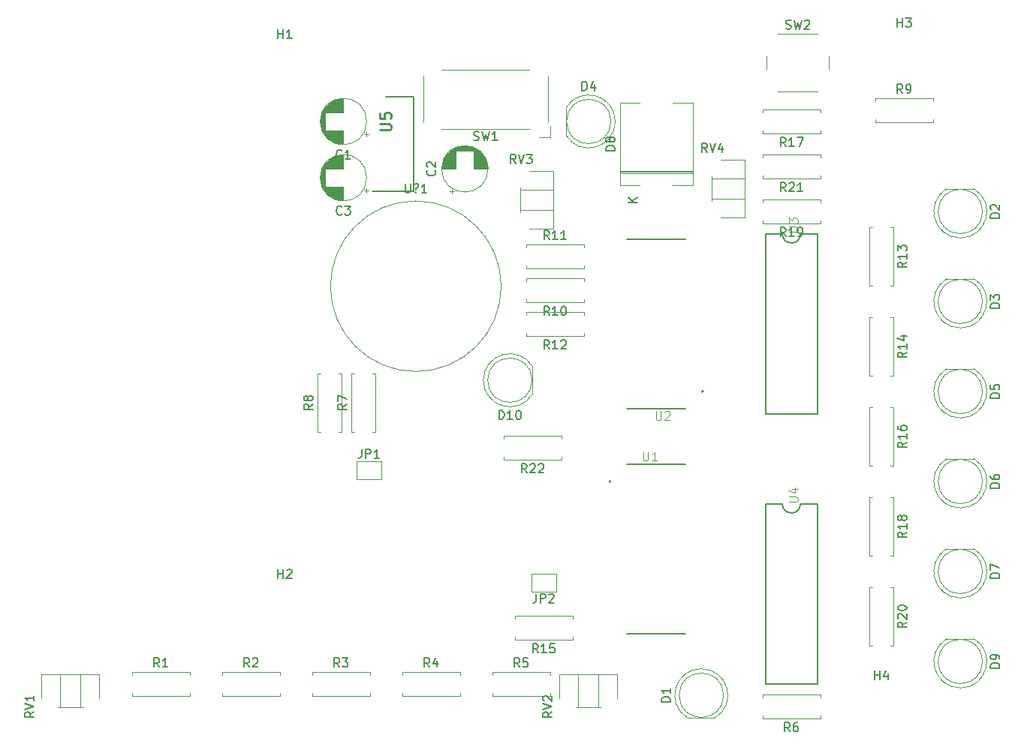
<source format=gbr>
%TF.GenerationSoftware,KiCad,Pcbnew,(5.1.9)-1*%
%TF.CreationDate,2021-03-27T11:21:30+01:00*%
%TF.ProjectId,alkoholmeter1,616c6b6f-686f-46c6-9d65-746572312e6b,rev?*%
%TF.SameCoordinates,Original*%
%TF.FileFunction,Legend,Top*%
%TF.FilePolarity,Positive*%
%FSLAX46Y46*%
G04 Gerber Fmt 4.6, Leading zero omitted, Abs format (unit mm)*
G04 Created by KiCad (PCBNEW (5.1.9)-1) date 2021-03-27 11:21:30*
%MOMM*%
%LPD*%
G01*
G04 APERTURE LIST*
%ADD10C,0.120000*%
%ADD11C,0.200000*%
%ADD12C,0.152400*%
%ADD13C,0.127000*%
%ADD14C,0.150000*%
%ADD15C,0.254000*%
%ADD16C,0.015000*%
G04 APERTURE END LIST*
D10*
%TO.C,SW2*%
X182610000Y-58840000D02*
X187110000Y-58840000D01*
X181360000Y-54840000D02*
X181360000Y-56340000D01*
X187110000Y-52340000D02*
X182610000Y-52340000D01*
X188360000Y-56340000D02*
X188360000Y-54840000D01*
%TO.C,SW1*%
X156970000Y-64010000D02*
X155670000Y-64010000D01*
X156970000Y-62710000D02*
X156970000Y-64010000D01*
X144720000Y-56360000D02*
X154620000Y-56360000D01*
X154620000Y-63060000D02*
X144720000Y-63060000D01*
X156670000Y-57110000D02*
X156670000Y-62310000D01*
X142670000Y-62310000D02*
X142670000Y-57110000D01*
%TO.C,D8*%
X167070000Y-69390000D02*
X164790000Y-69390000D01*
X164790000Y-69390000D02*
X164790000Y-60150000D01*
X164790000Y-60150000D02*
X167070000Y-60150000D01*
X170750000Y-69390000D02*
X173030000Y-69390000D01*
X173030000Y-69390000D02*
X173030000Y-60150000D01*
X173030000Y-60150000D02*
X170750000Y-60150000D01*
X164790000Y-67920000D02*
X173030000Y-67920000D01*
X164790000Y-67800000D02*
X173030000Y-67800000D01*
X164790000Y-68040000D02*
X173030000Y-68040000D01*
%TO.C,U?1*%
X151415000Y-80830000D02*
G75*
G03*
X151415000Y-80830000I-9625000J0D01*
G01*
D11*
%TO.C,U5*%
X136880000Y-70110000D02*
X141580000Y-70110000D01*
X141580000Y-70110000D02*
X141580000Y-59440000D01*
X141580000Y-59440000D02*
X138430000Y-59440000D01*
D12*
%TO.C,U4*%
X187071000Y-125730000D02*
X187071000Y-105410000D01*
X181229000Y-105410000D02*
X181229000Y-125730000D01*
X187071000Y-125730000D02*
X181229000Y-125730000D01*
X187071000Y-105410000D02*
X185166000Y-105410000D01*
X181229000Y-105410000D02*
X183134000Y-105410000D01*
X185166000Y-105410000D02*
G75*
G02*
X183134000Y-105410000I-1016000J0D01*
G01*
%TO.C,U3*%
X187071000Y-95250000D02*
X187071000Y-74930000D01*
X181229000Y-74930000D02*
X181229000Y-95250000D01*
X187071000Y-95250000D02*
X181229000Y-95250000D01*
X187071000Y-74930000D02*
X185166000Y-74930000D01*
X181229000Y-74930000D02*
X183134000Y-74930000D01*
X185166000Y-74930000D02*
G75*
G02*
X183134000Y-74930000I-1016000J0D01*
G01*
D11*
%TO.C,U2*%
X174227500Y-92710000D02*
G75*
G03*
X174227500Y-92710000I-100000J0D01*
G01*
D13*
X172212000Y-94678500D02*
X165608000Y-94678500D01*
X172212000Y-75501500D02*
X165608000Y-75501500D01*
D11*
%TO.C,U1*%
X163792500Y-102870000D02*
G75*
G03*
X163792500Y-102870000I-100000J0D01*
G01*
D13*
X165608000Y-100901500D02*
X172212000Y-100901500D01*
X165608000Y-120078500D02*
X172212000Y-120078500D01*
D10*
%TO.C,RV4*%
X176185000Y-66540000D02*
X178880000Y-66540000D01*
X176185000Y-73080000D02*
X178880000Y-73080000D01*
X178880000Y-66540000D02*
X178880000Y-73080000D01*
X175139000Y-68376000D02*
X175139000Y-71245000D01*
X175139000Y-68690000D02*
X178880000Y-68690000D01*
X175139000Y-70930000D02*
X178880000Y-70930000D01*
X175139000Y-68690000D02*
X175139000Y-70930000D01*
X178880000Y-68690000D02*
X178880000Y-70930000D01*
%TO.C,RV3*%
X154595000Y-67810000D02*
X157290000Y-67810000D01*
X154595000Y-74350000D02*
X157290000Y-74350000D01*
X157290000Y-67810000D02*
X157290000Y-74350000D01*
X153549000Y-69646000D02*
X153549000Y-72515000D01*
X153549000Y-69960000D02*
X157290000Y-69960000D01*
X153549000Y-72200000D02*
X157290000Y-72200000D01*
X153549000Y-69960000D02*
X153549000Y-72200000D01*
X157290000Y-69960000D02*
X157290000Y-72200000D01*
%TO.C,RV2*%
X157980000Y-127345000D02*
X157980000Y-124650000D01*
X164520000Y-127345000D02*
X164520000Y-124650000D01*
X157980000Y-124650000D02*
X164520000Y-124650000D01*
X159816000Y-128391000D02*
X162685000Y-128391000D01*
X160130000Y-128391000D02*
X160130000Y-124650000D01*
X162370000Y-128391000D02*
X162370000Y-124650000D01*
X160130000Y-128391000D02*
X162370000Y-128391000D01*
X160130000Y-124650000D02*
X162370000Y-124650000D01*
%TO.C,RV1*%
X99560000Y-127345000D02*
X99560000Y-124650000D01*
X106100000Y-127345000D02*
X106100000Y-124650000D01*
X99560000Y-124650000D02*
X106100000Y-124650000D01*
X101396000Y-128391000D02*
X104265000Y-128391000D01*
X101710000Y-128391000D02*
X101710000Y-124650000D01*
X103950000Y-128391000D02*
X103950000Y-124650000D01*
X101710000Y-128391000D02*
X103950000Y-128391000D01*
X101710000Y-124650000D02*
X103950000Y-124650000D01*
%TO.C,R22*%
X158210000Y-100100000D02*
X158210000Y-100430000D01*
X158210000Y-100430000D02*
X151670000Y-100430000D01*
X151670000Y-100430000D02*
X151670000Y-100100000D01*
X158210000Y-98020000D02*
X158210000Y-97690000D01*
X158210000Y-97690000D02*
X151670000Y-97690000D01*
X151670000Y-97690000D02*
X151670000Y-98020000D01*
%TO.C,R21*%
X187420000Y-68350000D02*
X187420000Y-68680000D01*
X187420000Y-68680000D02*
X180880000Y-68680000D01*
X180880000Y-68680000D02*
X180880000Y-68350000D01*
X187420000Y-66270000D02*
X187420000Y-65940000D01*
X187420000Y-65940000D02*
X180880000Y-65940000D01*
X180880000Y-65940000D02*
X180880000Y-66270000D01*
%TO.C,R20*%
X195350000Y-114840000D02*
X195680000Y-114840000D01*
X195680000Y-114840000D02*
X195680000Y-121380000D01*
X195680000Y-121380000D02*
X195350000Y-121380000D01*
X193270000Y-114840000D02*
X192940000Y-114840000D01*
X192940000Y-114840000D02*
X192940000Y-121380000D01*
X192940000Y-121380000D02*
X193270000Y-121380000D01*
%TO.C,R19*%
X187420000Y-73430000D02*
X187420000Y-73760000D01*
X187420000Y-73760000D02*
X180880000Y-73760000D01*
X180880000Y-73760000D02*
X180880000Y-73430000D01*
X187420000Y-71350000D02*
X187420000Y-71020000D01*
X187420000Y-71020000D02*
X180880000Y-71020000D01*
X180880000Y-71020000D02*
X180880000Y-71350000D01*
%TO.C,R18*%
X195350000Y-104680000D02*
X195680000Y-104680000D01*
X195680000Y-104680000D02*
X195680000Y-111220000D01*
X195680000Y-111220000D02*
X195350000Y-111220000D01*
X193270000Y-104680000D02*
X192940000Y-104680000D01*
X192940000Y-104680000D02*
X192940000Y-111220000D01*
X192940000Y-111220000D02*
X193270000Y-111220000D01*
%TO.C,R17*%
X187420000Y-63270000D02*
X187420000Y-63600000D01*
X187420000Y-63600000D02*
X180880000Y-63600000D01*
X180880000Y-63600000D02*
X180880000Y-63270000D01*
X187420000Y-61190000D02*
X187420000Y-60860000D01*
X187420000Y-60860000D02*
X180880000Y-60860000D01*
X180880000Y-60860000D02*
X180880000Y-61190000D01*
%TO.C,R16*%
X195350000Y-94520000D02*
X195680000Y-94520000D01*
X195680000Y-94520000D02*
X195680000Y-101060000D01*
X195680000Y-101060000D02*
X195350000Y-101060000D01*
X193270000Y-94520000D02*
X192940000Y-94520000D01*
X192940000Y-94520000D02*
X192940000Y-101060000D01*
X192940000Y-101060000D02*
X193270000Y-101060000D01*
%TO.C,R15*%
X159480000Y-120420000D02*
X159480000Y-120750000D01*
X159480000Y-120750000D02*
X152940000Y-120750000D01*
X152940000Y-120750000D02*
X152940000Y-120420000D01*
X159480000Y-118340000D02*
X159480000Y-118010000D01*
X159480000Y-118010000D02*
X152940000Y-118010000D01*
X152940000Y-118010000D02*
X152940000Y-118340000D01*
%TO.C,R14*%
X195350000Y-84360000D02*
X195680000Y-84360000D01*
X195680000Y-84360000D02*
X195680000Y-90900000D01*
X195680000Y-90900000D02*
X195350000Y-90900000D01*
X193270000Y-84360000D02*
X192940000Y-84360000D01*
X192940000Y-84360000D02*
X192940000Y-90900000D01*
X192940000Y-90900000D02*
X193270000Y-90900000D01*
%TO.C,R13*%
X195350000Y-74200000D02*
X195680000Y-74200000D01*
X195680000Y-74200000D02*
X195680000Y-80740000D01*
X195680000Y-80740000D02*
X195350000Y-80740000D01*
X193270000Y-74200000D02*
X192940000Y-74200000D01*
X192940000Y-74200000D02*
X192940000Y-80740000D01*
X192940000Y-80740000D02*
X193270000Y-80740000D01*
%TO.C,R12*%
X160750000Y-86130000D02*
X160750000Y-86460000D01*
X160750000Y-86460000D02*
X154210000Y-86460000D01*
X154210000Y-86460000D02*
X154210000Y-86130000D01*
X160750000Y-84050000D02*
X160750000Y-83720000D01*
X160750000Y-83720000D02*
X154210000Y-83720000D01*
X154210000Y-83720000D02*
X154210000Y-84050000D01*
%TO.C,R11*%
X154210000Y-76430000D02*
X154210000Y-76100000D01*
X154210000Y-76100000D02*
X160750000Y-76100000D01*
X160750000Y-76100000D02*
X160750000Y-76430000D01*
X154210000Y-78510000D02*
X154210000Y-78840000D01*
X154210000Y-78840000D02*
X160750000Y-78840000D01*
X160750000Y-78840000D02*
X160750000Y-78510000D01*
%TO.C,R10*%
X160750000Y-82320000D02*
X160750000Y-82650000D01*
X160750000Y-82650000D02*
X154210000Y-82650000D01*
X154210000Y-82650000D02*
X154210000Y-82320000D01*
X160750000Y-80240000D02*
X160750000Y-79910000D01*
X160750000Y-79910000D02*
X154210000Y-79910000D01*
X154210000Y-79910000D02*
X154210000Y-80240000D01*
%TO.C,R9*%
X193580000Y-59920000D02*
X193580000Y-59590000D01*
X193580000Y-59590000D02*
X200120000Y-59590000D01*
X200120000Y-59590000D02*
X200120000Y-59920000D01*
X193580000Y-62000000D02*
X193580000Y-62330000D01*
X193580000Y-62330000D02*
X200120000Y-62330000D01*
X200120000Y-62330000D02*
X200120000Y-62000000D01*
%TO.C,R8*%
X131040000Y-97250000D02*
X130710000Y-97250000D01*
X130710000Y-97250000D02*
X130710000Y-90710000D01*
X130710000Y-90710000D02*
X131040000Y-90710000D01*
X133120000Y-97250000D02*
X133450000Y-97250000D01*
X133450000Y-97250000D02*
X133450000Y-90710000D01*
X133450000Y-90710000D02*
X133120000Y-90710000D01*
%TO.C,R7*%
X134850000Y-97250000D02*
X134520000Y-97250000D01*
X134520000Y-97250000D02*
X134520000Y-90710000D01*
X134520000Y-90710000D02*
X134850000Y-90710000D01*
X136930000Y-97250000D02*
X137260000Y-97250000D01*
X137260000Y-97250000D02*
X137260000Y-90710000D01*
X137260000Y-90710000D02*
X136930000Y-90710000D01*
%TO.C,R6*%
X187420000Y-129310000D02*
X187420000Y-129640000D01*
X187420000Y-129640000D02*
X180880000Y-129640000D01*
X180880000Y-129640000D02*
X180880000Y-129310000D01*
X187420000Y-127230000D02*
X187420000Y-126900000D01*
X187420000Y-126900000D02*
X180880000Y-126900000D01*
X180880000Y-126900000D02*
X180880000Y-127230000D01*
%TO.C,R5*%
X150400000Y-124690000D02*
X150400000Y-124360000D01*
X150400000Y-124360000D02*
X156940000Y-124360000D01*
X156940000Y-124360000D02*
X156940000Y-124690000D01*
X150400000Y-126770000D02*
X150400000Y-127100000D01*
X150400000Y-127100000D02*
X156940000Y-127100000D01*
X156940000Y-127100000D02*
X156940000Y-126770000D01*
%TO.C,R4*%
X140240000Y-124690000D02*
X140240000Y-124360000D01*
X140240000Y-124360000D02*
X146780000Y-124360000D01*
X146780000Y-124360000D02*
X146780000Y-124690000D01*
X140240000Y-126770000D02*
X140240000Y-127100000D01*
X140240000Y-127100000D02*
X146780000Y-127100000D01*
X146780000Y-127100000D02*
X146780000Y-126770000D01*
%TO.C,R3*%
X130080000Y-124690000D02*
X130080000Y-124360000D01*
X130080000Y-124360000D02*
X136620000Y-124360000D01*
X136620000Y-124360000D02*
X136620000Y-124690000D01*
X130080000Y-126770000D02*
X130080000Y-127100000D01*
X130080000Y-127100000D02*
X136620000Y-127100000D01*
X136620000Y-127100000D02*
X136620000Y-126770000D01*
%TO.C,R2*%
X119920000Y-124690000D02*
X119920000Y-124360000D01*
X119920000Y-124360000D02*
X126460000Y-124360000D01*
X126460000Y-124360000D02*
X126460000Y-124690000D01*
X119920000Y-126770000D02*
X119920000Y-127100000D01*
X119920000Y-127100000D02*
X126460000Y-127100000D01*
X126460000Y-127100000D02*
X126460000Y-126770000D01*
%TO.C,R1*%
X109760000Y-124690000D02*
X109760000Y-124360000D01*
X109760000Y-124360000D02*
X116300000Y-124360000D01*
X116300000Y-124360000D02*
X116300000Y-124690000D01*
X109760000Y-126770000D02*
X109760000Y-127100000D01*
X109760000Y-127100000D02*
X116300000Y-127100000D01*
X116300000Y-127100000D02*
X116300000Y-126770000D01*
%TO.C,JP2*%
X157610000Y-113300000D02*
X157610000Y-115300000D01*
X154810000Y-113300000D02*
X157610000Y-113300000D01*
X154810000Y-115300000D02*
X154810000Y-113300000D01*
X157610000Y-115300000D02*
X154810000Y-115300000D01*
%TO.C,JP1*%
X135110000Y-102600000D02*
X135110000Y-100600000D01*
X137910000Y-102600000D02*
X135110000Y-102600000D01*
X137910000Y-100600000D02*
X137910000Y-102600000D01*
X135110000Y-100600000D02*
X137910000Y-100600000D01*
%TO.C,D10*%
X154900000Y-91440000D02*
G75*
G03*
X154900000Y-91440000I-2500000J0D01*
G01*
X154960000Y-92985000D02*
X154960000Y-89895000D01*
X149410000Y-91440462D02*
G75*
G02*
X154960000Y-89895170I2990000J462D01*
G01*
X149410000Y-91439538D02*
G75*
G03*
X154960000Y-92984830I2990000J-462D01*
G01*
%TO.C,D9*%
X205700000Y-123190000D02*
G75*
G03*
X205700000Y-123190000I-2500000J0D01*
G01*
X204745000Y-120630000D02*
X201655000Y-120630000D01*
X203200462Y-126180000D02*
G75*
G02*
X201655170Y-120630000I-462J2990000D01*
G01*
X203199538Y-126180000D02*
G75*
G03*
X204744830Y-120630000I462J2990000D01*
G01*
%TO.C,D7*%
X205700000Y-113030000D02*
G75*
G03*
X205700000Y-113030000I-2500000J0D01*
G01*
X204745000Y-110470000D02*
X201655000Y-110470000D01*
X203200462Y-116020000D02*
G75*
G02*
X201655170Y-110470000I-462J2990000D01*
G01*
X203199538Y-116020000D02*
G75*
G03*
X204744830Y-110470000I462J2990000D01*
G01*
%TO.C,D6*%
X205700000Y-102870000D02*
G75*
G03*
X205700000Y-102870000I-2500000J0D01*
G01*
X204745000Y-100310000D02*
X201655000Y-100310000D01*
X203200462Y-105860000D02*
G75*
G02*
X201655170Y-100310000I-462J2990000D01*
G01*
X203199538Y-105860000D02*
G75*
G03*
X204744830Y-100310000I462J2990000D01*
G01*
%TO.C,D5*%
X205700000Y-92710000D02*
G75*
G03*
X205700000Y-92710000I-2500000J0D01*
G01*
X204745000Y-90150000D02*
X201655000Y-90150000D01*
X203200462Y-95700000D02*
G75*
G02*
X201655170Y-90150000I-462J2990000D01*
G01*
X203199538Y-95700000D02*
G75*
G03*
X204744830Y-90150000I462J2990000D01*
G01*
%TO.C,D4*%
X163790000Y-62230000D02*
G75*
G03*
X163790000Y-62230000I-2500000J0D01*
G01*
X158730000Y-60685000D02*
X158730000Y-63775000D01*
X164280000Y-62229538D02*
G75*
G02*
X158730000Y-63774830I-2990000J-462D01*
G01*
X164280000Y-62230462D02*
G75*
G03*
X158730000Y-60685170I-2990000J462D01*
G01*
%TO.C,D3*%
X205700000Y-82550000D02*
G75*
G03*
X205700000Y-82550000I-2500000J0D01*
G01*
X204745000Y-79990000D02*
X201655000Y-79990000D01*
X203200462Y-85540000D02*
G75*
G02*
X201655170Y-79990000I-462J2990000D01*
G01*
X203199538Y-85540000D02*
G75*
G03*
X204744830Y-79990000I462J2990000D01*
G01*
%TO.C,D2*%
X205700000Y-72390000D02*
G75*
G03*
X205700000Y-72390000I-2500000J0D01*
G01*
X204745000Y-69830000D02*
X201655000Y-69830000D01*
X203200462Y-75380000D02*
G75*
G02*
X201655170Y-69830000I-462J2990000D01*
G01*
X203199538Y-75380000D02*
G75*
G03*
X204744830Y-69830000I462J2990000D01*
G01*
%TO.C,D1*%
X176490000Y-127000000D02*
G75*
G03*
X176490000Y-127000000I-2500000J0D01*
G01*
X172445000Y-129560000D02*
X175535000Y-129560000D01*
X173989538Y-124010000D02*
G75*
G02*
X175534830Y-129560000I462J-2990000D01*
G01*
X173990462Y-124010000D02*
G75*
G03*
X172445170Y-129560000I-462J-2990000D01*
G01*
%TO.C,C3*%
X136240000Y-68580000D02*
G75*
G03*
X136240000Y-68580000I-2620000J0D01*
G01*
X133620000Y-67540000D02*
X133620000Y-66000000D01*
X133620000Y-71160000D02*
X133620000Y-69620000D01*
X133580000Y-67540000D02*
X133580000Y-66000000D01*
X133580000Y-71160000D02*
X133580000Y-69620000D01*
X133540000Y-71159000D02*
X133540000Y-69620000D01*
X133540000Y-67540000D02*
X133540000Y-66001000D01*
X133500000Y-71158000D02*
X133500000Y-69620000D01*
X133500000Y-67540000D02*
X133500000Y-66002000D01*
X133460000Y-71156000D02*
X133460000Y-69620000D01*
X133460000Y-67540000D02*
X133460000Y-66004000D01*
X133420000Y-71153000D02*
X133420000Y-69620000D01*
X133420000Y-67540000D02*
X133420000Y-66007000D01*
X133380000Y-71149000D02*
X133380000Y-69620000D01*
X133380000Y-67540000D02*
X133380000Y-66011000D01*
X133340000Y-71145000D02*
X133340000Y-69620000D01*
X133340000Y-67540000D02*
X133340000Y-66015000D01*
X133300000Y-71141000D02*
X133300000Y-69620000D01*
X133300000Y-67540000D02*
X133300000Y-66019000D01*
X133260000Y-71136000D02*
X133260000Y-69620000D01*
X133260000Y-67540000D02*
X133260000Y-66024000D01*
X133220000Y-71130000D02*
X133220000Y-69620000D01*
X133220000Y-67540000D02*
X133220000Y-66030000D01*
X133180000Y-71123000D02*
X133180000Y-69620000D01*
X133180000Y-67540000D02*
X133180000Y-66037000D01*
X133140000Y-71116000D02*
X133140000Y-69620000D01*
X133140000Y-67540000D02*
X133140000Y-66044000D01*
X133100000Y-71108000D02*
X133100000Y-69620000D01*
X133100000Y-67540000D02*
X133100000Y-66052000D01*
X133060000Y-71100000D02*
X133060000Y-69620000D01*
X133060000Y-67540000D02*
X133060000Y-66060000D01*
X133020000Y-71091000D02*
X133020000Y-69620000D01*
X133020000Y-67540000D02*
X133020000Y-66069000D01*
X132980000Y-71081000D02*
X132980000Y-69620000D01*
X132980000Y-67540000D02*
X132980000Y-66079000D01*
X132940000Y-71071000D02*
X132940000Y-69620000D01*
X132940000Y-67540000D02*
X132940000Y-66089000D01*
X132899000Y-71060000D02*
X132899000Y-69620000D01*
X132899000Y-67540000D02*
X132899000Y-66100000D01*
X132859000Y-71048000D02*
X132859000Y-69620000D01*
X132859000Y-67540000D02*
X132859000Y-66112000D01*
X132819000Y-71035000D02*
X132819000Y-69620000D01*
X132819000Y-67540000D02*
X132819000Y-66125000D01*
X132779000Y-71022000D02*
X132779000Y-69620000D01*
X132779000Y-67540000D02*
X132779000Y-66138000D01*
X132739000Y-71008000D02*
X132739000Y-69620000D01*
X132739000Y-67540000D02*
X132739000Y-66152000D01*
X132699000Y-70994000D02*
X132699000Y-69620000D01*
X132699000Y-67540000D02*
X132699000Y-66166000D01*
X132659000Y-70978000D02*
X132659000Y-69620000D01*
X132659000Y-67540000D02*
X132659000Y-66182000D01*
X132619000Y-70962000D02*
X132619000Y-69620000D01*
X132619000Y-67540000D02*
X132619000Y-66198000D01*
X132579000Y-70945000D02*
X132579000Y-69620000D01*
X132579000Y-67540000D02*
X132579000Y-66215000D01*
X132539000Y-70928000D02*
X132539000Y-69620000D01*
X132539000Y-67540000D02*
X132539000Y-66232000D01*
X132499000Y-70909000D02*
X132499000Y-69620000D01*
X132499000Y-67540000D02*
X132499000Y-66251000D01*
X132459000Y-70890000D02*
X132459000Y-69620000D01*
X132459000Y-67540000D02*
X132459000Y-66270000D01*
X132419000Y-70870000D02*
X132419000Y-69620000D01*
X132419000Y-67540000D02*
X132419000Y-66290000D01*
X132379000Y-70848000D02*
X132379000Y-69620000D01*
X132379000Y-67540000D02*
X132379000Y-66312000D01*
X132339000Y-70827000D02*
X132339000Y-69620000D01*
X132339000Y-67540000D02*
X132339000Y-66333000D01*
X132299000Y-70804000D02*
X132299000Y-69620000D01*
X132299000Y-67540000D02*
X132299000Y-66356000D01*
X132259000Y-70780000D02*
X132259000Y-69620000D01*
X132259000Y-67540000D02*
X132259000Y-66380000D01*
X132219000Y-70755000D02*
X132219000Y-69620000D01*
X132219000Y-67540000D02*
X132219000Y-66405000D01*
X132179000Y-70729000D02*
X132179000Y-69620000D01*
X132179000Y-67540000D02*
X132179000Y-66431000D01*
X132139000Y-70702000D02*
X132139000Y-69620000D01*
X132139000Y-67540000D02*
X132139000Y-66458000D01*
X132099000Y-70675000D02*
X132099000Y-69620000D01*
X132099000Y-67540000D02*
X132099000Y-66485000D01*
X132059000Y-70645000D02*
X132059000Y-69620000D01*
X132059000Y-67540000D02*
X132059000Y-66515000D01*
X132019000Y-70615000D02*
X132019000Y-69620000D01*
X132019000Y-67540000D02*
X132019000Y-66545000D01*
X131979000Y-70584000D02*
X131979000Y-69620000D01*
X131979000Y-67540000D02*
X131979000Y-66576000D01*
X131939000Y-70551000D02*
X131939000Y-69620000D01*
X131939000Y-67540000D02*
X131939000Y-66609000D01*
X131899000Y-70517000D02*
X131899000Y-69620000D01*
X131899000Y-67540000D02*
X131899000Y-66643000D01*
X131859000Y-70481000D02*
X131859000Y-69620000D01*
X131859000Y-67540000D02*
X131859000Y-66679000D01*
X131819000Y-70444000D02*
X131819000Y-69620000D01*
X131819000Y-67540000D02*
X131819000Y-66716000D01*
X131779000Y-70406000D02*
X131779000Y-69620000D01*
X131779000Y-67540000D02*
X131779000Y-66754000D01*
X131739000Y-70365000D02*
X131739000Y-69620000D01*
X131739000Y-67540000D02*
X131739000Y-66795000D01*
X131699000Y-70323000D02*
X131699000Y-69620000D01*
X131699000Y-67540000D02*
X131699000Y-66837000D01*
X131659000Y-70279000D02*
X131659000Y-69620000D01*
X131659000Y-67540000D02*
X131659000Y-66881000D01*
X131619000Y-70233000D02*
X131619000Y-69620000D01*
X131619000Y-67540000D02*
X131619000Y-66927000D01*
X131579000Y-70185000D02*
X131579000Y-66975000D01*
X131539000Y-70134000D02*
X131539000Y-67026000D01*
X131499000Y-70080000D02*
X131499000Y-67080000D01*
X131459000Y-70023000D02*
X131459000Y-67137000D01*
X131419000Y-69963000D02*
X131419000Y-67197000D01*
X131379000Y-69899000D02*
X131379000Y-67261000D01*
X131339000Y-69831000D02*
X131339000Y-67329000D01*
X131299000Y-69758000D02*
X131299000Y-67402000D01*
X131259000Y-69678000D02*
X131259000Y-67482000D01*
X131219000Y-69591000D02*
X131219000Y-67569000D01*
X131179000Y-69495000D02*
X131179000Y-67665000D01*
X131139000Y-69385000D02*
X131139000Y-67775000D01*
X131099000Y-69257000D02*
X131099000Y-67903000D01*
X131059000Y-69098000D02*
X131059000Y-68062000D01*
X131019000Y-68864000D02*
X131019000Y-68296000D01*
X136424775Y-70055000D02*
X135924775Y-70055000D01*
X136174775Y-70305000D02*
X136174775Y-69805000D01*
%TO.C,C2*%
X149940000Y-67580000D02*
G75*
G03*
X149940000Y-67580000I-2620000J0D01*
G01*
X148360000Y-67580000D02*
X149900000Y-67580000D01*
X144740000Y-67580000D02*
X146280000Y-67580000D01*
X148360000Y-67540000D02*
X149900000Y-67540000D01*
X144740000Y-67540000D02*
X146280000Y-67540000D01*
X144741000Y-67500000D02*
X146280000Y-67500000D01*
X148360000Y-67500000D02*
X149899000Y-67500000D01*
X144742000Y-67460000D02*
X146280000Y-67460000D01*
X148360000Y-67460000D02*
X149898000Y-67460000D01*
X144744000Y-67420000D02*
X146280000Y-67420000D01*
X148360000Y-67420000D02*
X149896000Y-67420000D01*
X144747000Y-67380000D02*
X146280000Y-67380000D01*
X148360000Y-67380000D02*
X149893000Y-67380000D01*
X144751000Y-67340000D02*
X146280000Y-67340000D01*
X148360000Y-67340000D02*
X149889000Y-67340000D01*
X144755000Y-67300000D02*
X146280000Y-67300000D01*
X148360000Y-67300000D02*
X149885000Y-67300000D01*
X144759000Y-67260000D02*
X146280000Y-67260000D01*
X148360000Y-67260000D02*
X149881000Y-67260000D01*
X144764000Y-67220000D02*
X146280000Y-67220000D01*
X148360000Y-67220000D02*
X149876000Y-67220000D01*
X144770000Y-67180000D02*
X146280000Y-67180000D01*
X148360000Y-67180000D02*
X149870000Y-67180000D01*
X144777000Y-67140000D02*
X146280000Y-67140000D01*
X148360000Y-67140000D02*
X149863000Y-67140000D01*
X144784000Y-67100000D02*
X146280000Y-67100000D01*
X148360000Y-67100000D02*
X149856000Y-67100000D01*
X144792000Y-67060000D02*
X146280000Y-67060000D01*
X148360000Y-67060000D02*
X149848000Y-67060000D01*
X144800000Y-67020000D02*
X146280000Y-67020000D01*
X148360000Y-67020000D02*
X149840000Y-67020000D01*
X144809000Y-66980000D02*
X146280000Y-66980000D01*
X148360000Y-66980000D02*
X149831000Y-66980000D01*
X144819000Y-66940000D02*
X146280000Y-66940000D01*
X148360000Y-66940000D02*
X149821000Y-66940000D01*
X144829000Y-66900000D02*
X146280000Y-66900000D01*
X148360000Y-66900000D02*
X149811000Y-66900000D01*
X144840000Y-66859000D02*
X146280000Y-66859000D01*
X148360000Y-66859000D02*
X149800000Y-66859000D01*
X144852000Y-66819000D02*
X146280000Y-66819000D01*
X148360000Y-66819000D02*
X149788000Y-66819000D01*
X144865000Y-66779000D02*
X146280000Y-66779000D01*
X148360000Y-66779000D02*
X149775000Y-66779000D01*
X144878000Y-66739000D02*
X146280000Y-66739000D01*
X148360000Y-66739000D02*
X149762000Y-66739000D01*
X144892000Y-66699000D02*
X146280000Y-66699000D01*
X148360000Y-66699000D02*
X149748000Y-66699000D01*
X144906000Y-66659000D02*
X146280000Y-66659000D01*
X148360000Y-66659000D02*
X149734000Y-66659000D01*
X144922000Y-66619000D02*
X146280000Y-66619000D01*
X148360000Y-66619000D02*
X149718000Y-66619000D01*
X144938000Y-66579000D02*
X146280000Y-66579000D01*
X148360000Y-66579000D02*
X149702000Y-66579000D01*
X144955000Y-66539000D02*
X146280000Y-66539000D01*
X148360000Y-66539000D02*
X149685000Y-66539000D01*
X144972000Y-66499000D02*
X146280000Y-66499000D01*
X148360000Y-66499000D02*
X149668000Y-66499000D01*
X144991000Y-66459000D02*
X146280000Y-66459000D01*
X148360000Y-66459000D02*
X149649000Y-66459000D01*
X145010000Y-66419000D02*
X146280000Y-66419000D01*
X148360000Y-66419000D02*
X149630000Y-66419000D01*
X145030000Y-66379000D02*
X146280000Y-66379000D01*
X148360000Y-66379000D02*
X149610000Y-66379000D01*
X145052000Y-66339000D02*
X146280000Y-66339000D01*
X148360000Y-66339000D02*
X149588000Y-66339000D01*
X145073000Y-66299000D02*
X146280000Y-66299000D01*
X148360000Y-66299000D02*
X149567000Y-66299000D01*
X145096000Y-66259000D02*
X146280000Y-66259000D01*
X148360000Y-66259000D02*
X149544000Y-66259000D01*
X145120000Y-66219000D02*
X146280000Y-66219000D01*
X148360000Y-66219000D02*
X149520000Y-66219000D01*
X145145000Y-66179000D02*
X146280000Y-66179000D01*
X148360000Y-66179000D02*
X149495000Y-66179000D01*
X145171000Y-66139000D02*
X146280000Y-66139000D01*
X148360000Y-66139000D02*
X149469000Y-66139000D01*
X145198000Y-66099000D02*
X146280000Y-66099000D01*
X148360000Y-66099000D02*
X149442000Y-66099000D01*
X145225000Y-66059000D02*
X146280000Y-66059000D01*
X148360000Y-66059000D02*
X149415000Y-66059000D01*
X145255000Y-66019000D02*
X146280000Y-66019000D01*
X148360000Y-66019000D02*
X149385000Y-66019000D01*
X145285000Y-65979000D02*
X146280000Y-65979000D01*
X148360000Y-65979000D02*
X149355000Y-65979000D01*
X145316000Y-65939000D02*
X146280000Y-65939000D01*
X148360000Y-65939000D02*
X149324000Y-65939000D01*
X145349000Y-65899000D02*
X146280000Y-65899000D01*
X148360000Y-65899000D02*
X149291000Y-65899000D01*
X145383000Y-65859000D02*
X146280000Y-65859000D01*
X148360000Y-65859000D02*
X149257000Y-65859000D01*
X145419000Y-65819000D02*
X146280000Y-65819000D01*
X148360000Y-65819000D02*
X149221000Y-65819000D01*
X145456000Y-65779000D02*
X146280000Y-65779000D01*
X148360000Y-65779000D02*
X149184000Y-65779000D01*
X145494000Y-65739000D02*
X146280000Y-65739000D01*
X148360000Y-65739000D02*
X149146000Y-65739000D01*
X145535000Y-65699000D02*
X146280000Y-65699000D01*
X148360000Y-65699000D02*
X149105000Y-65699000D01*
X145577000Y-65659000D02*
X146280000Y-65659000D01*
X148360000Y-65659000D02*
X149063000Y-65659000D01*
X145621000Y-65619000D02*
X146280000Y-65619000D01*
X148360000Y-65619000D02*
X149019000Y-65619000D01*
X145667000Y-65579000D02*
X146280000Y-65579000D01*
X148360000Y-65579000D02*
X148973000Y-65579000D01*
X145715000Y-65539000D02*
X148925000Y-65539000D01*
X145766000Y-65499000D02*
X148874000Y-65499000D01*
X145820000Y-65459000D02*
X148820000Y-65459000D01*
X145877000Y-65419000D02*
X148763000Y-65419000D01*
X145937000Y-65379000D02*
X148703000Y-65379000D01*
X146001000Y-65339000D02*
X148639000Y-65339000D01*
X146069000Y-65299000D02*
X148571000Y-65299000D01*
X146142000Y-65259000D02*
X148498000Y-65259000D01*
X146222000Y-65219000D02*
X148418000Y-65219000D01*
X146309000Y-65179000D02*
X148331000Y-65179000D01*
X146405000Y-65139000D02*
X148235000Y-65139000D01*
X146515000Y-65099000D02*
X148125000Y-65099000D01*
X146643000Y-65059000D02*
X147997000Y-65059000D01*
X146802000Y-65019000D02*
X147838000Y-65019000D01*
X147036000Y-64979000D02*
X147604000Y-64979000D01*
X145845000Y-70384775D02*
X145845000Y-69884775D01*
X145595000Y-70134775D02*
X146095000Y-70134775D01*
%TO.C,C1*%
X136240000Y-62230000D02*
G75*
G03*
X136240000Y-62230000I-2620000J0D01*
G01*
X133620000Y-61190000D02*
X133620000Y-59650000D01*
X133620000Y-64810000D02*
X133620000Y-63270000D01*
X133580000Y-61190000D02*
X133580000Y-59650000D01*
X133580000Y-64810000D02*
X133580000Y-63270000D01*
X133540000Y-64809000D02*
X133540000Y-63270000D01*
X133540000Y-61190000D02*
X133540000Y-59651000D01*
X133500000Y-64808000D02*
X133500000Y-63270000D01*
X133500000Y-61190000D02*
X133500000Y-59652000D01*
X133460000Y-64806000D02*
X133460000Y-63270000D01*
X133460000Y-61190000D02*
X133460000Y-59654000D01*
X133420000Y-64803000D02*
X133420000Y-63270000D01*
X133420000Y-61190000D02*
X133420000Y-59657000D01*
X133380000Y-64799000D02*
X133380000Y-63270000D01*
X133380000Y-61190000D02*
X133380000Y-59661000D01*
X133340000Y-64795000D02*
X133340000Y-63270000D01*
X133340000Y-61190000D02*
X133340000Y-59665000D01*
X133300000Y-64791000D02*
X133300000Y-63270000D01*
X133300000Y-61190000D02*
X133300000Y-59669000D01*
X133260000Y-64786000D02*
X133260000Y-63270000D01*
X133260000Y-61190000D02*
X133260000Y-59674000D01*
X133220000Y-64780000D02*
X133220000Y-63270000D01*
X133220000Y-61190000D02*
X133220000Y-59680000D01*
X133180000Y-64773000D02*
X133180000Y-63270000D01*
X133180000Y-61190000D02*
X133180000Y-59687000D01*
X133140000Y-64766000D02*
X133140000Y-63270000D01*
X133140000Y-61190000D02*
X133140000Y-59694000D01*
X133100000Y-64758000D02*
X133100000Y-63270000D01*
X133100000Y-61190000D02*
X133100000Y-59702000D01*
X133060000Y-64750000D02*
X133060000Y-63270000D01*
X133060000Y-61190000D02*
X133060000Y-59710000D01*
X133020000Y-64741000D02*
X133020000Y-63270000D01*
X133020000Y-61190000D02*
X133020000Y-59719000D01*
X132980000Y-64731000D02*
X132980000Y-63270000D01*
X132980000Y-61190000D02*
X132980000Y-59729000D01*
X132940000Y-64721000D02*
X132940000Y-63270000D01*
X132940000Y-61190000D02*
X132940000Y-59739000D01*
X132899000Y-64710000D02*
X132899000Y-63270000D01*
X132899000Y-61190000D02*
X132899000Y-59750000D01*
X132859000Y-64698000D02*
X132859000Y-63270000D01*
X132859000Y-61190000D02*
X132859000Y-59762000D01*
X132819000Y-64685000D02*
X132819000Y-63270000D01*
X132819000Y-61190000D02*
X132819000Y-59775000D01*
X132779000Y-64672000D02*
X132779000Y-63270000D01*
X132779000Y-61190000D02*
X132779000Y-59788000D01*
X132739000Y-64658000D02*
X132739000Y-63270000D01*
X132739000Y-61190000D02*
X132739000Y-59802000D01*
X132699000Y-64644000D02*
X132699000Y-63270000D01*
X132699000Y-61190000D02*
X132699000Y-59816000D01*
X132659000Y-64628000D02*
X132659000Y-63270000D01*
X132659000Y-61190000D02*
X132659000Y-59832000D01*
X132619000Y-64612000D02*
X132619000Y-63270000D01*
X132619000Y-61190000D02*
X132619000Y-59848000D01*
X132579000Y-64595000D02*
X132579000Y-63270000D01*
X132579000Y-61190000D02*
X132579000Y-59865000D01*
X132539000Y-64578000D02*
X132539000Y-63270000D01*
X132539000Y-61190000D02*
X132539000Y-59882000D01*
X132499000Y-64559000D02*
X132499000Y-63270000D01*
X132499000Y-61190000D02*
X132499000Y-59901000D01*
X132459000Y-64540000D02*
X132459000Y-63270000D01*
X132459000Y-61190000D02*
X132459000Y-59920000D01*
X132419000Y-64520000D02*
X132419000Y-63270000D01*
X132419000Y-61190000D02*
X132419000Y-59940000D01*
X132379000Y-64498000D02*
X132379000Y-63270000D01*
X132379000Y-61190000D02*
X132379000Y-59962000D01*
X132339000Y-64477000D02*
X132339000Y-63270000D01*
X132339000Y-61190000D02*
X132339000Y-59983000D01*
X132299000Y-64454000D02*
X132299000Y-63270000D01*
X132299000Y-61190000D02*
X132299000Y-60006000D01*
X132259000Y-64430000D02*
X132259000Y-63270000D01*
X132259000Y-61190000D02*
X132259000Y-60030000D01*
X132219000Y-64405000D02*
X132219000Y-63270000D01*
X132219000Y-61190000D02*
X132219000Y-60055000D01*
X132179000Y-64379000D02*
X132179000Y-63270000D01*
X132179000Y-61190000D02*
X132179000Y-60081000D01*
X132139000Y-64352000D02*
X132139000Y-63270000D01*
X132139000Y-61190000D02*
X132139000Y-60108000D01*
X132099000Y-64325000D02*
X132099000Y-63270000D01*
X132099000Y-61190000D02*
X132099000Y-60135000D01*
X132059000Y-64295000D02*
X132059000Y-63270000D01*
X132059000Y-61190000D02*
X132059000Y-60165000D01*
X132019000Y-64265000D02*
X132019000Y-63270000D01*
X132019000Y-61190000D02*
X132019000Y-60195000D01*
X131979000Y-64234000D02*
X131979000Y-63270000D01*
X131979000Y-61190000D02*
X131979000Y-60226000D01*
X131939000Y-64201000D02*
X131939000Y-63270000D01*
X131939000Y-61190000D02*
X131939000Y-60259000D01*
X131899000Y-64167000D02*
X131899000Y-63270000D01*
X131899000Y-61190000D02*
X131899000Y-60293000D01*
X131859000Y-64131000D02*
X131859000Y-63270000D01*
X131859000Y-61190000D02*
X131859000Y-60329000D01*
X131819000Y-64094000D02*
X131819000Y-63270000D01*
X131819000Y-61190000D02*
X131819000Y-60366000D01*
X131779000Y-64056000D02*
X131779000Y-63270000D01*
X131779000Y-61190000D02*
X131779000Y-60404000D01*
X131739000Y-64015000D02*
X131739000Y-63270000D01*
X131739000Y-61190000D02*
X131739000Y-60445000D01*
X131699000Y-63973000D02*
X131699000Y-63270000D01*
X131699000Y-61190000D02*
X131699000Y-60487000D01*
X131659000Y-63929000D02*
X131659000Y-63270000D01*
X131659000Y-61190000D02*
X131659000Y-60531000D01*
X131619000Y-63883000D02*
X131619000Y-63270000D01*
X131619000Y-61190000D02*
X131619000Y-60577000D01*
X131579000Y-63835000D02*
X131579000Y-60625000D01*
X131539000Y-63784000D02*
X131539000Y-60676000D01*
X131499000Y-63730000D02*
X131499000Y-60730000D01*
X131459000Y-63673000D02*
X131459000Y-60787000D01*
X131419000Y-63613000D02*
X131419000Y-60847000D01*
X131379000Y-63549000D02*
X131379000Y-60911000D01*
X131339000Y-63481000D02*
X131339000Y-60979000D01*
X131299000Y-63408000D02*
X131299000Y-61052000D01*
X131259000Y-63328000D02*
X131259000Y-61132000D01*
X131219000Y-63241000D02*
X131219000Y-61219000D01*
X131179000Y-63145000D02*
X131179000Y-61315000D01*
X131139000Y-63035000D02*
X131139000Y-61425000D01*
X131099000Y-62907000D02*
X131099000Y-61553000D01*
X131059000Y-62748000D02*
X131059000Y-61712000D01*
X131019000Y-62514000D02*
X131019000Y-61946000D01*
X136424775Y-63705000D02*
X135924775Y-63705000D01*
X136174775Y-63955000D02*
X136174775Y-63455000D01*
%TO.C,H4*%
D14*
X193548095Y-125222380D02*
X193548095Y-124222380D01*
X193548095Y-124698571D02*
X194119523Y-124698571D01*
X194119523Y-125222380D02*
X194119523Y-124222380D01*
X195024285Y-124555714D02*
X195024285Y-125222380D01*
X194786190Y-124174761D02*
X194548095Y-124889047D01*
X195167142Y-124889047D01*
%TO.C,H3*%
X196088095Y-51562380D02*
X196088095Y-50562380D01*
X196088095Y-51038571D02*
X196659523Y-51038571D01*
X196659523Y-51562380D02*
X196659523Y-50562380D01*
X197040476Y-50562380D02*
X197659523Y-50562380D01*
X197326190Y-50943333D01*
X197469047Y-50943333D01*
X197564285Y-50990952D01*
X197611904Y-51038571D01*
X197659523Y-51133809D01*
X197659523Y-51371904D01*
X197611904Y-51467142D01*
X197564285Y-51514761D01*
X197469047Y-51562380D01*
X197183333Y-51562380D01*
X197088095Y-51514761D01*
X197040476Y-51467142D01*
%TO.C,H2*%
X126238095Y-113792380D02*
X126238095Y-112792380D01*
X126238095Y-113268571D02*
X126809523Y-113268571D01*
X126809523Y-113792380D02*
X126809523Y-112792380D01*
X127238095Y-112887619D02*
X127285714Y-112840000D01*
X127380952Y-112792380D01*
X127619047Y-112792380D01*
X127714285Y-112840000D01*
X127761904Y-112887619D01*
X127809523Y-112982857D01*
X127809523Y-113078095D01*
X127761904Y-113220952D01*
X127190476Y-113792380D01*
X127809523Y-113792380D01*
%TO.C,H1*%
X126238095Y-52832380D02*
X126238095Y-51832380D01*
X126238095Y-52308571D02*
X126809523Y-52308571D01*
X126809523Y-52832380D02*
X126809523Y-51832380D01*
X127809523Y-52832380D02*
X127238095Y-52832380D01*
X127523809Y-52832380D02*
X127523809Y-51832380D01*
X127428571Y-51975238D01*
X127333333Y-52070476D01*
X127238095Y-52118095D01*
%TO.C,SW2*%
X183526666Y-51744761D02*
X183669523Y-51792380D01*
X183907619Y-51792380D01*
X184002857Y-51744761D01*
X184050476Y-51697142D01*
X184098095Y-51601904D01*
X184098095Y-51506666D01*
X184050476Y-51411428D01*
X184002857Y-51363809D01*
X183907619Y-51316190D01*
X183717142Y-51268571D01*
X183621904Y-51220952D01*
X183574285Y-51173333D01*
X183526666Y-51078095D01*
X183526666Y-50982857D01*
X183574285Y-50887619D01*
X183621904Y-50840000D01*
X183717142Y-50792380D01*
X183955238Y-50792380D01*
X184098095Y-50840000D01*
X184431428Y-50792380D02*
X184669523Y-51792380D01*
X184860000Y-51078095D01*
X185050476Y-51792380D01*
X185288571Y-50792380D01*
X185621904Y-50887619D02*
X185669523Y-50840000D01*
X185764761Y-50792380D01*
X186002857Y-50792380D01*
X186098095Y-50840000D01*
X186145714Y-50887619D01*
X186193333Y-50982857D01*
X186193333Y-51078095D01*
X186145714Y-51220952D01*
X185574285Y-51792380D01*
X186193333Y-51792380D01*
%TO.C,SW1*%
X148336666Y-64314761D02*
X148479523Y-64362380D01*
X148717619Y-64362380D01*
X148812857Y-64314761D01*
X148860476Y-64267142D01*
X148908095Y-64171904D01*
X148908095Y-64076666D01*
X148860476Y-63981428D01*
X148812857Y-63933809D01*
X148717619Y-63886190D01*
X148527142Y-63838571D01*
X148431904Y-63790952D01*
X148384285Y-63743333D01*
X148336666Y-63648095D01*
X148336666Y-63552857D01*
X148384285Y-63457619D01*
X148431904Y-63410000D01*
X148527142Y-63362380D01*
X148765238Y-63362380D01*
X148908095Y-63410000D01*
X149241428Y-63362380D02*
X149479523Y-64362380D01*
X149670000Y-63648095D01*
X149860476Y-64362380D01*
X150098571Y-63362380D01*
X151003333Y-64362380D02*
X150431904Y-64362380D01*
X150717619Y-64362380D02*
X150717619Y-63362380D01*
X150622380Y-63505238D01*
X150527142Y-63600476D01*
X150431904Y-63648095D01*
%TO.C,D8*%
X164242380Y-65508095D02*
X163242380Y-65508095D01*
X163242380Y-65270000D01*
X163290000Y-65127142D01*
X163385238Y-65031904D01*
X163480476Y-64984285D01*
X163670952Y-64936666D01*
X163813809Y-64936666D01*
X164004285Y-64984285D01*
X164099523Y-65031904D01*
X164194761Y-65127142D01*
X164242380Y-65270000D01*
X164242380Y-65508095D01*
X163670952Y-64365238D02*
X163623333Y-64460476D01*
X163575714Y-64508095D01*
X163480476Y-64555714D01*
X163432857Y-64555714D01*
X163337619Y-64508095D01*
X163290000Y-64460476D01*
X163242380Y-64365238D01*
X163242380Y-64174761D01*
X163290000Y-64079523D01*
X163337619Y-64031904D01*
X163432857Y-63984285D01*
X163480476Y-63984285D01*
X163575714Y-64031904D01*
X163623333Y-64079523D01*
X163670952Y-64174761D01*
X163670952Y-64365238D01*
X163718571Y-64460476D01*
X163766190Y-64508095D01*
X163861428Y-64555714D01*
X164051904Y-64555714D01*
X164147142Y-64508095D01*
X164194761Y-64460476D01*
X164242380Y-64365238D01*
X164242380Y-64174761D01*
X164194761Y-64079523D01*
X164147142Y-64031904D01*
X164051904Y-63984285D01*
X163861428Y-63984285D01*
X163766190Y-64031904D01*
X163718571Y-64079523D01*
X163670952Y-64174761D01*
X166762380Y-71381904D02*
X165762380Y-71381904D01*
X166762380Y-70810476D02*
X166190952Y-71239047D01*
X165762380Y-70810476D02*
X166333809Y-71381904D01*
%TO.C,U?1*%
X140599523Y-69282380D02*
X140599523Y-70091904D01*
X140647142Y-70187142D01*
X140694761Y-70234761D01*
X140790000Y-70282380D01*
X140980476Y-70282380D01*
X141075714Y-70234761D01*
X141123333Y-70187142D01*
X141170952Y-70091904D01*
X141170952Y-69282380D01*
X141790000Y-70187142D02*
X141837619Y-70234761D01*
X141790000Y-70282380D01*
X141742380Y-70234761D01*
X141790000Y-70187142D01*
X141790000Y-70282380D01*
X141599523Y-69330000D02*
X141694761Y-69282380D01*
X141932857Y-69282380D01*
X142028095Y-69330000D01*
X142075714Y-69425238D01*
X142075714Y-69520476D01*
X142028095Y-69615714D01*
X141980476Y-69663333D01*
X141885238Y-69710952D01*
X141837619Y-69758571D01*
X141790000Y-69853809D01*
X141790000Y-69901428D01*
X143028095Y-70282380D02*
X142456666Y-70282380D01*
X142742380Y-70282380D02*
X142742380Y-69282380D01*
X142647142Y-69425238D01*
X142551904Y-69520476D01*
X142456666Y-69568095D01*
%TO.C,U5*%
D15*
X137734523Y-63207619D02*
X138762619Y-63207619D01*
X138883571Y-63147142D01*
X138944047Y-63086666D01*
X139004523Y-62965714D01*
X139004523Y-62723809D01*
X138944047Y-62602857D01*
X138883571Y-62542380D01*
X138762619Y-62481904D01*
X137734523Y-62481904D01*
X137734523Y-61272380D02*
X137734523Y-61877142D01*
X138339285Y-61937619D01*
X138278809Y-61877142D01*
X138218333Y-61756190D01*
X138218333Y-61453809D01*
X138278809Y-61332857D01*
X138339285Y-61272380D01*
X138460238Y-61211904D01*
X138762619Y-61211904D01*
X138883571Y-61272380D01*
X138944047Y-61332857D01*
X139004523Y-61453809D01*
X139004523Y-61756190D01*
X138944047Y-61877142D01*
X138883571Y-61937619D01*
%TO.C,U4*%
D16*
X183856380Y-105155904D02*
X184665904Y-105155904D01*
X184761142Y-105108285D01*
X184808761Y-105060666D01*
X184856380Y-104965428D01*
X184856380Y-104774952D01*
X184808761Y-104679714D01*
X184761142Y-104632095D01*
X184665904Y-104584476D01*
X183856380Y-104584476D01*
X184189714Y-103679714D02*
X184856380Y-103679714D01*
X183808761Y-103917809D02*
X184523047Y-104155904D01*
X184523047Y-103536857D01*
%TO.C,U3*%
X183856380Y-74675904D02*
X184665904Y-74675904D01*
X184761142Y-74628285D01*
X184808761Y-74580666D01*
X184856380Y-74485428D01*
X184856380Y-74294952D01*
X184808761Y-74199714D01*
X184761142Y-74152095D01*
X184665904Y-74104476D01*
X183856380Y-74104476D01*
X183856380Y-73723523D02*
X183856380Y-73104476D01*
X184237333Y-73437809D01*
X184237333Y-73294952D01*
X184284952Y-73199714D01*
X184332571Y-73152095D01*
X184427809Y-73104476D01*
X184665904Y-73104476D01*
X184761142Y-73152095D01*
X184808761Y-73199714D01*
X184856380Y-73294952D01*
X184856380Y-73580666D01*
X184808761Y-73675904D01*
X184761142Y-73723523D01*
%TO.C,U2*%
X168865095Y-94942880D02*
X168865095Y-95752404D01*
X168912714Y-95847642D01*
X168960333Y-95895261D01*
X169055571Y-95942880D01*
X169246047Y-95942880D01*
X169341285Y-95895261D01*
X169388904Y-95847642D01*
X169436523Y-95752404D01*
X169436523Y-94942880D01*
X169865095Y-95038119D02*
X169912714Y-94990500D01*
X170007952Y-94942880D01*
X170246047Y-94942880D01*
X170341285Y-94990500D01*
X170388904Y-95038119D01*
X170436523Y-95133357D01*
X170436523Y-95228595D01*
X170388904Y-95371452D01*
X169817476Y-95942880D01*
X170436523Y-95942880D01*
%TO.C,U1*%
X167431095Y-99541880D02*
X167431095Y-100351404D01*
X167478714Y-100446642D01*
X167526333Y-100494261D01*
X167621571Y-100541880D01*
X167812047Y-100541880D01*
X167907285Y-100494261D01*
X167954904Y-100446642D01*
X168002523Y-100351404D01*
X168002523Y-99541880D01*
X169002523Y-100541880D02*
X168431095Y-100541880D01*
X168716809Y-100541880D02*
X168716809Y-99541880D01*
X168621571Y-99684738D01*
X168526333Y-99779976D01*
X168431095Y-99827595D01*
%TO.C,RV4*%
D14*
X174664761Y-65702380D02*
X174331428Y-65226190D01*
X174093333Y-65702380D02*
X174093333Y-64702380D01*
X174474285Y-64702380D01*
X174569523Y-64750000D01*
X174617142Y-64797619D01*
X174664761Y-64892857D01*
X174664761Y-65035714D01*
X174617142Y-65130952D01*
X174569523Y-65178571D01*
X174474285Y-65226190D01*
X174093333Y-65226190D01*
X174950476Y-64702380D02*
X175283809Y-65702380D01*
X175617142Y-64702380D01*
X176379047Y-65035714D02*
X176379047Y-65702380D01*
X176140952Y-64654761D02*
X175902857Y-65369047D01*
X176521904Y-65369047D01*
%TO.C,RV3*%
X153074761Y-66972380D02*
X152741428Y-66496190D01*
X152503333Y-66972380D02*
X152503333Y-65972380D01*
X152884285Y-65972380D01*
X152979523Y-66020000D01*
X153027142Y-66067619D01*
X153074761Y-66162857D01*
X153074761Y-66305714D01*
X153027142Y-66400952D01*
X152979523Y-66448571D01*
X152884285Y-66496190D01*
X152503333Y-66496190D01*
X153360476Y-65972380D02*
X153693809Y-66972380D01*
X154027142Y-65972380D01*
X154265238Y-65972380D02*
X154884285Y-65972380D01*
X154550952Y-66353333D01*
X154693809Y-66353333D01*
X154789047Y-66400952D01*
X154836666Y-66448571D01*
X154884285Y-66543809D01*
X154884285Y-66781904D01*
X154836666Y-66877142D01*
X154789047Y-66924761D01*
X154693809Y-66972380D01*
X154408095Y-66972380D01*
X154312857Y-66924761D01*
X154265238Y-66877142D01*
%TO.C,RV2*%
X157142380Y-128865238D02*
X156666190Y-129198571D01*
X157142380Y-129436666D02*
X156142380Y-129436666D01*
X156142380Y-129055714D01*
X156190000Y-128960476D01*
X156237619Y-128912857D01*
X156332857Y-128865238D01*
X156475714Y-128865238D01*
X156570952Y-128912857D01*
X156618571Y-128960476D01*
X156666190Y-129055714D01*
X156666190Y-129436666D01*
X156142380Y-128579523D02*
X157142380Y-128246190D01*
X156142380Y-127912857D01*
X156237619Y-127627142D02*
X156190000Y-127579523D01*
X156142380Y-127484285D01*
X156142380Y-127246190D01*
X156190000Y-127150952D01*
X156237619Y-127103333D01*
X156332857Y-127055714D01*
X156428095Y-127055714D01*
X156570952Y-127103333D01*
X157142380Y-127674761D01*
X157142380Y-127055714D01*
%TO.C,RV1*%
X98722380Y-128865238D02*
X98246190Y-129198571D01*
X98722380Y-129436666D02*
X97722380Y-129436666D01*
X97722380Y-129055714D01*
X97770000Y-128960476D01*
X97817619Y-128912857D01*
X97912857Y-128865238D01*
X98055714Y-128865238D01*
X98150952Y-128912857D01*
X98198571Y-128960476D01*
X98246190Y-129055714D01*
X98246190Y-129436666D01*
X97722380Y-128579523D02*
X98722380Y-128246190D01*
X97722380Y-127912857D01*
X98722380Y-127055714D02*
X98722380Y-127627142D01*
X98722380Y-127341428D02*
X97722380Y-127341428D01*
X97865238Y-127436666D01*
X97960476Y-127531904D01*
X98008095Y-127627142D01*
%TO.C,R22*%
X154297142Y-101882380D02*
X153963809Y-101406190D01*
X153725714Y-101882380D02*
X153725714Y-100882380D01*
X154106666Y-100882380D01*
X154201904Y-100930000D01*
X154249523Y-100977619D01*
X154297142Y-101072857D01*
X154297142Y-101215714D01*
X154249523Y-101310952D01*
X154201904Y-101358571D01*
X154106666Y-101406190D01*
X153725714Y-101406190D01*
X154678095Y-100977619D02*
X154725714Y-100930000D01*
X154820952Y-100882380D01*
X155059047Y-100882380D01*
X155154285Y-100930000D01*
X155201904Y-100977619D01*
X155249523Y-101072857D01*
X155249523Y-101168095D01*
X155201904Y-101310952D01*
X154630476Y-101882380D01*
X155249523Y-101882380D01*
X155630476Y-100977619D02*
X155678095Y-100930000D01*
X155773333Y-100882380D01*
X156011428Y-100882380D01*
X156106666Y-100930000D01*
X156154285Y-100977619D01*
X156201904Y-101072857D01*
X156201904Y-101168095D01*
X156154285Y-101310952D01*
X155582857Y-101882380D01*
X156201904Y-101882380D01*
%TO.C,R21*%
X183507142Y-70132380D02*
X183173809Y-69656190D01*
X182935714Y-70132380D02*
X182935714Y-69132380D01*
X183316666Y-69132380D01*
X183411904Y-69180000D01*
X183459523Y-69227619D01*
X183507142Y-69322857D01*
X183507142Y-69465714D01*
X183459523Y-69560952D01*
X183411904Y-69608571D01*
X183316666Y-69656190D01*
X182935714Y-69656190D01*
X183888095Y-69227619D02*
X183935714Y-69180000D01*
X184030952Y-69132380D01*
X184269047Y-69132380D01*
X184364285Y-69180000D01*
X184411904Y-69227619D01*
X184459523Y-69322857D01*
X184459523Y-69418095D01*
X184411904Y-69560952D01*
X183840476Y-70132380D01*
X184459523Y-70132380D01*
X185411904Y-70132380D02*
X184840476Y-70132380D01*
X185126190Y-70132380D02*
X185126190Y-69132380D01*
X185030952Y-69275238D01*
X184935714Y-69370476D01*
X184840476Y-69418095D01*
%TO.C,R20*%
X197132380Y-118752857D02*
X196656190Y-119086190D01*
X197132380Y-119324285D02*
X196132380Y-119324285D01*
X196132380Y-118943333D01*
X196180000Y-118848095D01*
X196227619Y-118800476D01*
X196322857Y-118752857D01*
X196465714Y-118752857D01*
X196560952Y-118800476D01*
X196608571Y-118848095D01*
X196656190Y-118943333D01*
X196656190Y-119324285D01*
X196227619Y-118371904D02*
X196180000Y-118324285D01*
X196132380Y-118229047D01*
X196132380Y-117990952D01*
X196180000Y-117895714D01*
X196227619Y-117848095D01*
X196322857Y-117800476D01*
X196418095Y-117800476D01*
X196560952Y-117848095D01*
X197132380Y-118419523D01*
X197132380Y-117800476D01*
X196132380Y-117181428D02*
X196132380Y-117086190D01*
X196180000Y-116990952D01*
X196227619Y-116943333D01*
X196322857Y-116895714D01*
X196513333Y-116848095D01*
X196751428Y-116848095D01*
X196941904Y-116895714D01*
X197037142Y-116943333D01*
X197084761Y-116990952D01*
X197132380Y-117086190D01*
X197132380Y-117181428D01*
X197084761Y-117276666D01*
X197037142Y-117324285D01*
X196941904Y-117371904D01*
X196751428Y-117419523D01*
X196513333Y-117419523D01*
X196322857Y-117371904D01*
X196227619Y-117324285D01*
X196180000Y-117276666D01*
X196132380Y-117181428D01*
%TO.C,R19*%
X183507142Y-75212380D02*
X183173809Y-74736190D01*
X182935714Y-75212380D02*
X182935714Y-74212380D01*
X183316666Y-74212380D01*
X183411904Y-74260000D01*
X183459523Y-74307619D01*
X183507142Y-74402857D01*
X183507142Y-74545714D01*
X183459523Y-74640952D01*
X183411904Y-74688571D01*
X183316666Y-74736190D01*
X182935714Y-74736190D01*
X184459523Y-75212380D02*
X183888095Y-75212380D01*
X184173809Y-75212380D02*
X184173809Y-74212380D01*
X184078571Y-74355238D01*
X183983333Y-74450476D01*
X183888095Y-74498095D01*
X184935714Y-75212380D02*
X185126190Y-75212380D01*
X185221428Y-75164761D01*
X185269047Y-75117142D01*
X185364285Y-74974285D01*
X185411904Y-74783809D01*
X185411904Y-74402857D01*
X185364285Y-74307619D01*
X185316666Y-74260000D01*
X185221428Y-74212380D01*
X185030952Y-74212380D01*
X184935714Y-74260000D01*
X184888095Y-74307619D01*
X184840476Y-74402857D01*
X184840476Y-74640952D01*
X184888095Y-74736190D01*
X184935714Y-74783809D01*
X185030952Y-74831428D01*
X185221428Y-74831428D01*
X185316666Y-74783809D01*
X185364285Y-74736190D01*
X185411904Y-74640952D01*
%TO.C,R18*%
X197132380Y-108592857D02*
X196656190Y-108926190D01*
X197132380Y-109164285D02*
X196132380Y-109164285D01*
X196132380Y-108783333D01*
X196180000Y-108688095D01*
X196227619Y-108640476D01*
X196322857Y-108592857D01*
X196465714Y-108592857D01*
X196560952Y-108640476D01*
X196608571Y-108688095D01*
X196656190Y-108783333D01*
X196656190Y-109164285D01*
X197132380Y-107640476D02*
X197132380Y-108211904D01*
X197132380Y-107926190D02*
X196132380Y-107926190D01*
X196275238Y-108021428D01*
X196370476Y-108116666D01*
X196418095Y-108211904D01*
X196560952Y-107069047D02*
X196513333Y-107164285D01*
X196465714Y-107211904D01*
X196370476Y-107259523D01*
X196322857Y-107259523D01*
X196227619Y-107211904D01*
X196180000Y-107164285D01*
X196132380Y-107069047D01*
X196132380Y-106878571D01*
X196180000Y-106783333D01*
X196227619Y-106735714D01*
X196322857Y-106688095D01*
X196370476Y-106688095D01*
X196465714Y-106735714D01*
X196513333Y-106783333D01*
X196560952Y-106878571D01*
X196560952Y-107069047D01*
X196608571Y-107164285D01*
X196656190Y-107211904D01*
X196751428Y-107259523D01*
X196941904Y-107259523D01*
X197037142Y-107211904D01*
X197084761Y-107164285D01*
X197132380Y-107069047D01*
X197132380Y-106878571D01*
X197084761Y-106783333D01*
X197037142Y-106735714D01*
X196941904Y-106688095D01*
X196751428Y-106688095D01*
X196656190Y-106735714D01*
X196608571Y-106783333D01*
X196560952Y-106878571D01*
%TO.C,R17*%
X183507142Y-65052380D02*
X183173809Y-64576190D01*
X182935714Y-65052380D02*
X182935714Y-64052380D01*
X183316666Y-64052380D01*
X183411904Y-64100000D01*
X183459523Y-64147619D01*
X183507142Y-64242857D01*
X183507142Y-64385714D01*
X183459523Y-64480952D01*
X183411904Y-64528571D01*
X183316666Y-64576190D01*
X182935714Y-64576190D01*
X184459523Y-65052380D02*
X183888095Y-65052380D01*
X184173809Y-65052380D02*
X184173809Y-64052380D01*
X184078571Y-64195238D01*
X183983333Y-64290476D01*
X183888095Y-64338095D01*
X184792857Y-64052380D02*
X185459523Y-64052380D01*
X185030952Y-65052380D01*
%TO.C,R16*%
X197132380Y-98432857D02*
X196656190Y-98766190D01*
X197132380Y-99004285D02*
X196132380Y-99004285D01*
X196132380Y-98623333D01*
X196180000Y-98528095D01*
X196227619Y-98480476D01*
X196322857Y-98432857D01*
X196465714Y-98432857D01*
X196560952Y-98480476D01*
X196608571Y-98528095D01*
X196656190Y-98623333D01*
X196656190Y-99004285D01*
X197132380Y-97480476D02*
X197132380Y-98051904D01*
X197132380Y-97766190D02*
X196132380Y-97766190D01*
X196275238Y-97861428D01*
X196370476Y-97956666D01*
X196418095Y-98051904D01*
X196132380Y-96623333D02*
X196132380Y-96813809D01*
X196180000Y-96909047D01*
X196227619Y-96956666D01*
X196370476Y-97051904D01*
X196560952Y-97099523D01*
X196941904Y-97099523D01*
X197037142Y-97051904D01*
X197084761Y-97004285D01*
X197132380Y-96909047D01*
X197132380Y-96718571D01*
X197084761Y-96623333D01*
X197037142Y-96575714D01*
X196941904Y-96528095D01*
X196703809Y-96528095D01*
X196608571Y-96575714D01*
X196560952Y-96623333D01*
X196513333Y-96718571D01*
X196513333Y-96909047D01*
X196560952Y-97004285D01*
X196608571Y-97051904D01*
X196703809Y-97099523D01*
%TO.C,R15*%
X155567142Y-122202380D02*
X155233809Y-121726190D01*
X154995714Y-122202380D02*
X154995714Y-121202380D01*
X155376666Y-121202380D01*
X155471904Y-121250000D01*
X155519523Y-121297619D01*
X155567142Y-121392857D01*
X155567142Y-121535714D01*
X155519523Y-121630952D01*
X155471904Y-121678571D01*
X155376666Y-121726190D01*
X154995714Y-121726190D01*
X156519523Y-122202380D02*
X155948095Y-122202380D01*
X156233809Y-122202380D02*
X156233809Y-121202380D01*
X156138571Y-121345238D01*
X156043333Y-121440476D01*
X155948095Y-121488095D01*
X157424285Y-121202380D02*
X156948095Y-121202380D01*
X156900476Y-121678571D01*
X156948095Y-121630952D01*
X157043333Y-121583333D01*
X157281428Y-121583333D01*
X157376666Y-121630952D01*
X157424285Y-121678571D01*
X157471904Y-121773809D01*
X157471904Y-122011904D01*
X157424285Y-122107142D01*
X157376666Y-122154761D01*
X157281428Y-122202380D01*
X157043333Y-122202380D01*
X156948095Y-122154761D01*
X156900476Y-122107142D01*
%TO.C,R14*%
X197132380Y-88272857D02*
X196656190Y-88606190D01*
X197132380Y-88844285D02*
X196132380Y-88844285D01*
X196132380Y-88463333D01*
X196180000Y-88368095D01*
X196227619Y-88320476D01*
X196322857Y-88272857D01*
X196465714Y-88272857D01*
X196560952Y-88320476D01*
X196608571Y-88368095D01*
X196656190Y-88463333D01*
X196656190Y-88844285D01*
X197132380Y-87320476D02*
X197132380Y-87891904D01*
X197132380Y-87606190D02*
X196132380Y-87606190D01*
X196275238Y-87701428D01*
X196370476Y-87796666D01*
X196418095Y-87891904D01*
X196465714Y-86463333D02*
X197132380Y-86463333D01*
X196084761Y-86701428D02*
X196799047Y-86939523D01*
X196799047Y-86320476D01*
%TO.C,R13*%
X197132380Y-78112857D02*
X196656190Y-78446190D01*
X197132380Y-78684285D02*
X196132380Y-78684285D01*
X196132380Y-78303333D01*
X196180000Y-78208095D01*
X196227619Y-78160476D01*
X196322857Y-78112857D01*
X196465714Y-78112857D01*
X196560952Y-78160476D01*
X196608571Y-78208095D01*
X196656190Y-78303333D01*
X196656190Y-78684285D01*
X197132380Y-77160476D02*
X197132380Y-77731904D01*
X197132380Y-77446190D02*
X196132380Y-77446190D01*
X196275238Y-77541428D01*
X196370476Y-77636666D01*
X196418095Y-77731904D01*
X196132380Y-76827142D02*
X196132380Y-76208095D01*
X196513333Y-76541428D01*
X196513333Y-76398571D01*
X196560952Y-76303333D01*
X196608571Y-76255714D01*
X196703809Y-76208095D01*
X196941904Y-76208095D01*
X197037142Y-76255714D01*
X197084761Y-76303333D01*
X197132380Y-76398571D01*
X197132380Y-76684285D01*
X197084761Y-76779523D01*
X197037142Y-76827142D01*
%TO.C,R12*%
X156837142Y-87912380D02*
X156503809Y-87436190D01*
X156265714Y-87912380D02*
X156265714Y-86912380D01*
X156646666Y-86912380D01*
X156741904Y-86960000D01*
X156789523Y-87007619D01*
X156837142Y-87102857D01*
X156837142Y-87245714D01*
X156789523Y-87340952D01*
X156741904Y-87388571D01*
X156646666Y-87436190D01*
X156265714Y-87436190D01*
X157789523Y-87912380D02*
X157218095Y-87912380D01*
X157503809Y-87912380D02*
X157503809Y-86912380D01*
X157408571Y-87055238D01*
X157313333Y-87150476D01*
X157218095Y-87198095D01*
X158170476Y-87007619D02*
X158218095Y-86960000D01*
X158313333Y-86912380D01*
X158551428Y-86912380D01*
X158646666Y-86960000D01*
X158694285Y-87007619D01*
X158741904Y-87102857D01*
X158741904Y-87198095D01*
X158694285Y-87340952D01*
X158122857Y-87912380D01*
X158741904Y-87912380D01*
%TO.C,R11*%
X156837142Y-75552380D02*
X156503809Y-75076190D01*
X156265714Y-75552380D02*
X156265714Y-74552380D01*
X156646666Y-74552380D01*
X156741904Y-74600000D01*
X156789523Y-74647619D01*
X156837142Y-74742857D01*
X156837142Y-74885714D01*
X156789523Y-74980952D01*
X156741904Y-75028571D01*
X156646666Y-75076190D01*
X156265714Y-75076190D01*
X157789523Y-75552380D02*
X157218095Y-75552380D01*
X157503809Y-75552380D02*
X157503809Y-74552380D01*
X157408571Y-74695238D01*
X157313333Y-74790476D01*
X157218095Y-74838095D01*
X158741904Y-75552380D02*
X158170476Y-75552380D01*
X158456190Y-75552380D02*
X158456190Y-74552380D01*
X158360952Y-74695238D01*
X158265714Y-74790476D01*
X158170476Y-74838095D01*
%TO.C,R10*%
X156837142Y-84102380D02*
X156503809Y-83626190D01*
X156265714Y-84102380D02*
X156265714Y-83102380D01*
X156646666Y-83102380D01*
X156741904Y-83150000D01*
X156789523Y-83197619D01*
X156837142Y-83292857D01*
X156837142Y-83435714D01*
X156789523Y-83530952D01*
X156741904Y-83578571D01*
X156646666Y-83626190D01*
X156265714Y-83626190D01*
X157789523Y-84102380D02*
X157218095Y-84102380D01*
X157503809Y-84102380D02*
X157503809Y-83102380D01*
X157408571Y-83245238D01*
X157313333Y-83340476D01*
X157218095Y-83388095D01*
X158408571Y-83102380D02*
X158503809Y-83102380D01*
X158599047Y-83150000D01*
X158646666Y-83197619D01*
X158694285Y-83292857D01*
X158741904Y-83483333D01*
X158741904Y-83721428D01*
X158694285Y-83911904D01*
X158646666Y-84007142D01*
X158599047Y-84054761D01*
X158503809Y-84102380D01*
X158408571Y-84102380D01*
X158313333Y-84054761D01*
X158265714Y-84007142D01*
X158218095Y-83911904D01*
X158170476Y-83721428D01*
X158170476Y-83483333D01*
X158218095Y-83292857D01*
X158265714Y-83197619D01*
X158313333Y-83150000D01*
X158408571Y-83102380D01*
%TO.C,R9*%
X196683333Y-59042380D02*
X196350000Y-58566190D01*
X196111904Y-59042380D02*
X196111904Y-58042380D01*
X196492857Y-58042380D01*
X196588095Y-58090000D01*
X196635714Y-58137619D01*
X196683333Y-58232857D01*
X196683333Y-58375714D01*
X196635714Y-58470952D01*
X196588095Y-58518571D01*
X196492857Y-58566190D01*
X196111904Y-58566190D01*
X197159523Y-59042380D02*
X197350000Y-59042380D01*
X197445238Y-58994761D01*
X197492857Y-58947142D01*
X197588095Y-58804285D01*
X197635714Y-58613809D01*
X197635714Y-58232857D01*
X197588095Y-58137619D01*
X197540476Y-58090000D01*
X197445238Y-58042380D01*
X197254761Y-58042380D01*
X197159523Y-58090000D01*
X197111904Y-58137619D01*
X197064285Y-58232857D01*
X197064285Y-58470952D01*
X197111904Y-58566190D01*
X197159523Y-58613809D01*
X197254761Y-58661428D01*
X197445238Y-58661428D01*
X197540476Y-58613809D01*
X197588095Y-58566190D01*
X197635714Y-58470952D01*
%TO.C,R8*%
X130162380Y-94146666D02*
X129686190Y-94480000D01*
X130162380Y-94718095D02*
X129162380Y-94718095D01*
X129162380Y-94337142D01*
X129210000Y-94241904D01*
X129257619Y-94194285D01*
X129352857Y-94146666D01*
X129495714Y-94146666D01*
X129590952Y-94194285D01*
X129638571Y-94241904D01*
X129686190Y-94337142D01*
X129686190Y-94718095D01*
X129590952Y-93575238D02*
X129543333Y-93670476D01*
X129495714Y-93718095D01*
X129400476Y-93765714D01*
X129352857Y-93765714D01*
X129257619Y-93718095D01*
X129210000Y-93670476D01*
X129162380Y-93575238D01*
X129162380Y-93384761D01*
X129210000Y-93289523D01*
X129257619Y-93241904D01*
X129352857Y-93194285D01*
X129400476Y-93194285D01*
X129495714Y-93241904D01*
X129543333Y-93289523D01*
X129590952Y-93384761D01*
X129590952Y-93575238D01*
X129638571Y-93670476D01*
X129686190Y-93718095D01*
X129781428Y-93765714D01*
X129971904Y-93765714D01*
X130067142Y-93718095D01*
X130114761Y-93670476D01*
X130162380Y-93575238D01*
X130162380Y-93384761D01*
X130114761Y-93289523D01*
X130067142Y-93241904D01*
X129971904Y-93194285D01*
X129781428Y-93194285D01*
X129686190Y-93241904D01*
X129638571Y-93289523D01*
X129590952Y-93384761D01*
%TO.C,R7*%
X133972380Y-94146666D02*
X133496190Y-94480000D01*
X133972380Y-94718095D02*
X132972380Y-94718095D01*
X132972380Y-94337142D01*
X133020000Y-94241904D01*
X133067619Y-94194285D01*
X133162857Y-94146666D01*
X133305714Y-94146666D01*
X133400952Y-94194285D01*
X133448571Y-94241904D01*
X133496190Y-94337142D01*
X133496190Y-94718095D01*
X132972380Y-93813333D02*
X132972380Y-93146666D01*
X133972380Y-93575238D01*
%TO.C,R6*%
X183983333Y-131092380D02*
X183650000Y-130616190D01*
X183411904Y-131092380D02*
X183411904Y-130092380D01*
X183792857Y-130092380D01*
X183888095Y-130140000D01*
X183935714Y-130187619D01*
X183983333Y-130282857D01*
X183983333Y-130425714D01*
X183935714Y-130520952D01*
X183888095Y-130568571D01*
X183792857Y-130616190D01*
X183411904Y-130616190D01*
X184840476Y-130092380D02*
X184650000Y-130092380D01*
X184554761Y-130140000D01*
X184507142Y-130187619D01*
X184411904Y-130330476D01*
X184364285Y-130520952D01*
X184364285Y-130901904D01*
X184411904Y-130997142D01*
X184459523Y-131044761D01*
X184554761Y-131092380D01*
X184745238Y-131092380D01*
X184840476Y-131044761D01*
X184888095Y-130997142D01*
X184935714Y-130901904D01*
X184935714Y-130663809D01*
X184888095Y-130568571D01*
X184840476Y-130520952D01*
X184745238Y-130473333D01*
X184554761Y-130473333D01*
X184459523Y-130520952D01*
X184411904Y-130568571D01*
X184364285Y-130663809D01*
%TO.C,R5*%
X153503333Y-123812380D02*
X153170000Y-123336190D01*
X152931904Y-123812380D02*
X152931904Y-122812380D01*
X153312857Y-122812380D01*
X153408095Y-122860000D01*
X153455714Y-122907619D01*
X153503333Y-123002857D01*
X153503333Y-123145714D01*
X153455714Y-123240952D01*
X153408095Y-123288571D01*
X153312857Y-123336190D01*
X152931904Y-123336190D01*
X154408095Y-122812380D02*
X153931904Y-122812380D01*
X153884285Y-123288571D01*
X153931904Y-123240952D01*
X154027142Y-123193333D01*
X154265238Y-123193333D01*
X154360476Y-123240952D01*
X154408095Y-123288571D01*
X154455714Y-123383809D01*
X154455714Y-123621904D01*
X154408095Y-123717142D01*
X154360476Y-123764761D01*
X154265238Y-123812380D01*
X154027142Y-123812380D01*
X153931904Y-123764761D01*
X153884285Y-123717142D01*
%TO.C,R4*%
X143343333Y-123812380D02*
X143010000Y-123336190D01*
X142771904Y-123812380D02*
X142771904Y-122812380D01*
X143152857Y-122812380D01*
X143248095Y-122860000D01*
X143295714Y-122907619D01*
X143343333Y-123002857D01*
X143343333Y-123145714D01*
X143295714Y-123240952D01*
X143248095Y-123288571D01*
X143152857Y-123336190D01*
X142771904Y-123336190D01*
X144200476Y-123145714D02*
X144200476Y-123812380D01*
X143962380Y-122764761D02*
X143724285Y-123479047D01*
X144343333Y-123479047D01*
%TO.C,R3*%
X133183333Y-123812380D02*
X132850000Y-123336190D01*
X132611904Y-123812380D02*
X132611904Y-122812380D01*
X132992857Y-122812380D01*
X133088095Y-122860000D01*
X133135714Y-122907619D01*
X133183333Y-123002857D01*
X133183333Y-123145714D01*
X133135714Y-123240952D01*
X133088095Y-123288571D01*
X132992857Y-123336190D01*
X132611904Y-123336190D01*
X133516666Y-122812380D02*
X134135714Y-122812380D01*
X133802380Y-123193333D01*
X133945238Y-123193333D01*
X134040476Y-123240952D01*
X134088095Y-123288571D01*
X134135714Y-123383809D01*
X134135714Y-123621904D01*
X134088095Y-123717142D01*
X134040476Y-123764761D01*
X133945238Y-123812380D01*
X133659523Y-123812380D01*
X133564285Y-123764761D01*
X133516666Y-123717142D01*
%TO.C,R2*%
X123023333Y-123812380D02*
X122690000Y-123336190D01*
X122451904Y-123812380D02*
X122451904Y-122812380D01*
X122832857Y-122812380D01*
X122928095Y-122860000D01*
X122975714Y-122907619D01*
X123023333Y-123002857D01*
X123023333Y-123145714D01*
X122975714Y-123240952D01*
X122928095Y-123288571D01*
X122832857Y-123336190D01*
X122451904Y-123336190D01*
X123404285Y-122907619D02*
X123451904Y-122860000D01*
X123547142Y-122812380D01*
X123785238Y-122812380D01*
X123880476Y-122860000D01*
X123928095Y-122907619D01*
X123975714Y-123002857D01*
X123975714Y-123098095D01*
X123928095Y-123240952D01*
X123356666Y-123812380D01*
X123975714Y-123812380D01*
%TO.C,R1*%
X112863333Y-123812380D02*
X112530000Y-123336190D01*
X112291904Y-123812380D02*
X112291904Y-122812380D01*
X112672857Y-122812380D01*
X112768095Y-122860000D01*
X112815714Y-122907619D01*
X112863333Y-123002857D01*
X112863333Y-123145714D01*
X112815714Y-123240952D01*
X112768095Y-123288571D01*
X112672857Y-123336190D01*
X112291904Y-123336190D01*
X113815714Y-123812380D02*
X113244285Y-123812380D01*
X113530000Y-123812380D02*
X113530000Y-122812380D01*
X113434761Y-122955238D01*
X113339523Y-123050476D01*
X113244285Y-123098095D01*
%TO.C,JP2*%
X155376666Y-115552380D02*
X155376666Y-116266666D01*
X155329047Y-116409523D01*
X155233809Y-116504761D01*
X155090952Y-116552380D01*
X154995714Y-116552380D01*
X155852857Y-116552380D02*
X155852857Y-115552380D01*
X156233809Y-115552380D01*
X156329047Y-115600000D01*
X156376666Y-115647619D01*
X156424285Y-115742857D01*
X156424285Y-115885714D01*
X156376666Y-115980952D01*
X156329047Y-116028571D01*
X156233809Y-116076190D01*
X155852857Y-116076190D01*
X156805238Y-115647619D02*
X156852857Y-115600000D01*
X156948095Y-115552380D01*
X157186190Y-115552380D01*
X157281428Y-115600000D01*
X157329047Y-115647619D01*
X157376666Y-115742857D01*
X157376666Y-115838095D01*
X157329047Y-115980952D01*
X156757619Y-116552380D01*
X157376666Y-116552380D01*
%TO.C,JP1*%
X135676666Y-99252380D02*
X135676666Y-99966666D01*
X135629047Y-100109523D01*
X135533809Y-100204761D01*
X135390952Y-100252380D01*
X135295714Y-100252380D01*
X136152857Y-100252380D02*
X136152857Y-99252380D01*
X136533809Y-99252380D01*
X136629047Y-99300000D01*
X136676666Y-99347619D01*
X136724285Y-99442857D01*
X136724285Y-99585714D01*
X136676666Y-99680952D01*
X136629047Y-99728571D01*
X136533809Y-99776190D01*
X136152857Y-99776190D01*
X137676666Y-100252380D02*
X137105238Y-100252380D01*
X137390952Y-100252380D02*
X137390952Y-99252380D01*
X137295714Y-99395238D01*
X137200476Y-99490476D01*
X137105238Y-99538095D01*
%TO.C,D10*%
X151185714Y-95852380D02*
X151185714Y-94852380D01*
X151423809Y-94852380D01*
X151566666Y-94900000D01*
X151661904Y-94995238D01*
X151709523Y-95090476D01*
X151757142Y-95280952D01*
X151757142Y-95423809D01*
X151709523Y-95614285D01*
X151661904Y-95709523D01*
X151566666Y-95804761D01*
X151423809Y-95852380D01*
X151185714Y-95852380D01*
X152709523Y-95852380D02*
X152138095Y-95852380D01*
X152423809Y-95852380D02*
X152423809Y-94852380D01*
X152328571Y-94995238D01*
X152233333Y-95090476D01*
X152138095Y-95138095D01*
X153328571Y-94852380D02*
X153423809Y-94852380D01*
X153519047Y-94900000D01*
X153566666Y-94947619D01*
X153614285Y-95042857D01*
X153661904Y-95233333D01*
X153661904Y-95471428D01*
X153614285Y-95661904D01*
X153566666Y-95757142D01*
X153519047Y-95804761D01*
X153423809Y-95852380D01*
X153328571Y-95852380D01*
X153233333Y-95804761D01*
X153185714Y-95757142D01*
X153138095Y-95661904D01*
X153090476Y-95471428D01*
X153090476Y-95233333D01*
X153138095Y-95042857D01*
X153185714Y-94947619D01*
X153233333Y-94900000D01*
X153328571Y-94852380D01*
%TO.C,D9*%
X207612380Y-123928095D02*
X206612380Y-123928095D01*
X206612380Y-123690000D01*
X206660000Y-123547142D01*
X206755238Y-123451904D01*
X206850476Y-123404285D01*
X207040952Y-123356666D01*
X207183809Y-123356666D01*
X207374285Y-123404285D01*
X207469523Y-123451904D01*
X207564761Y-123547142D01*
X207612380Y-123690000D01*
X207612380Y-123928095D01*
X207612380Y-122880476D02*
X207612380Y-122690000D01*
X207564761Y-122594761D01*
X207517142Y-122547142D01*
X207374285Y-122451904D01*
X207183809Y-122404285D01*
X206802857Y-122404285D01*
X206707619Y-122451904D01*
X206660000Y-122499523D01*
X206612380Y-122594761D01*
X206612380Y-122785238D01*
X206660000Y-122880476D01*
X206707619Y-122928095D01*
X206802857Y-122975714D01*
X207040952Y-122975714D01*
X207136190Y-122928095D01*
X207183809Y-122880476D01*
X207231428Y-122785238D01*
X207231428Y-122594761D01*
X207183809Y-122499523D01*
X207136190Y-122451904D01*
X207040952Y-122404285D01*
%TO.C,D7*%
X207612380Y-113768095D02*
X206612380Y-113768095D01*
X206612380Y-113530000D01*
X206660000Y-113387142D01*
X206755238Y-113291904D01*
X206850476Y-113244285D01*
X207040952Y-113196666D01*
X207183809Y-113196666D01*
X207374285Y-113244285D01*
X207469523Y-113291904D01*
X207564761Y-113387142D01*
X207612380Y-113530000D01*
X207612380Y-113768095D01*
X206612380Y-112863333D02*
X206612380Y-112196666D01*
X207612380Y-112625238D01*
%TO.C,D6*%
X207612380Y-103608095D02*
X206612380Y-103608095D01*
X206612380Y-103370000D01*
X206660000Y-103227142D01*
X206755238Y-103131904D01*
X206850476Y-103084285D01*
X207040952Y-103036666D01*
X207183809Y-103036666D01*
X207374285Y-103084285D01*
X207469523Y-103131904D01*
X207564761Y-103227142D01*
X207612380Y-103370000D01*
X207612380Y-103608095D01*
X206612380Y-102179523D02*
X206612380Y-102370000D01*
X206660000Y-102465238D01*
X206707619Y-102512857D01*
X206850476Y-102608095D01*
X207040952Y-102655714D01*
X207421904Y-102655714D01*
X207517142Y-102608095D01*
X207564761Y-102560476D01*
X207612380Y-102465238D01*
X207612380Y-102274761D01*
X207564761Y-102179523D01*
X207517142Y-102131904D01*
X207421904Y-102084285D01*
X207183809Y-102084285D01*
X207088571Y-102131904D01*
X207040952Y-102179523D01*
X206993333Y-102274761D01*
X206993333Y-102465238D01*
X207040952Y-102560476D01*
X207088571Y-102608095D01*
X207183809Y-102655714D01*
%TO.C,D5*%
X207612380Y-93448095D02*
X206612380Y-93448095D01*
X206612380Y-93210000D01*
X206660000Y-93067142D01*
X206755238Y-92971904D01*
X206850476Y-92924285D01*
X207040952Y-92876666D01*
X207183809Y-92876666D01*
X207374285Y-92924285D01*
X207469523Y-92971904D01*
X207564761Y-93067142D01*
X207612380Y-93210000D01*
X207612380Y-93448095D01*
X206612380Y-91971904D02*
X206612380Y-92448095D01*
X207088571Y-92495714D01*
X207040952Y-92448095D01*
X206993333Y-92352857D01*
X206993333Y-92114761D01*
X207040952Y-92019523D01*
X207088571Y-91971904D01*
X207183809Y-91924285D01*
X207421904Y-91924285D01*
X207517142Y-91971904D01*
X207564761Y-92019523D01*
X207612380Y-92114761D01*
X207612380Y-92352857D01*
X207564761Y-92448095D01*
X207517142Y-92495714D01*
%TO.C,D4*%
X160551904Y-58722380D02*
X160551904Y-57722380D01*
X160790000Y-57722380D01*
X160932857Y-57770000D01*
X161028095Y-57865238D01*
X161075714Y-57960476D01*
X161123333Y-58150952D01*
X161123333Y-58293809D01*
X161075714Y-58484285D01*
X161028095Y-58579523D01*
X160932857Y-58674761D01*
X160790000Y-58722380D01*
X160551904Y-58722380D01*
X161980476Y-58055714D02*
X161980476Y-58722380D01*
X161742380Y-57674761D02*
X161504285Y-58389047D01*
X162123333Y-58389047D01*
%TO.C,D3*%
X207612380Y-83288095D02*
X206612380Y-83288095D01*
X206612380Y-83050000D01*
X206660000Y-82907142D01*
X206755238Y-82811904D01*
X206850476Y-82764285D01*
X207040952Y-82716666D01*
X207183809Y-82716666D01*
X207374285Y-82764285D01*
X207469523Y-82811904D01*
X207564761Y-82907142D01*
X207612380Y-83050000D01*
X207612380Y-83288095D01*
X206612380Y-82383333D02*
X206612380Y-81764285D01*
X206993333Y-82097619D01*
X206993333Y-81954761D01*
X207040952Y-81859523D01*
X207088571Y-81811904D01*
X207183809Y-81764285D01*
X207421904Y-81764285D01*
X207517142Y-81811904D01*
X207564761Y-81859523D01*
X207612380Y-81954761D01*
X207612380Y-82240476D01*
X207564761Y-82335714D01*
X207517142Y-82383333D01*
%TO.C,D2*%
X207612380Y-73128095D02*
X206612380Y-73128095D01*
X206612380Y-72890000D01*
X206660000Y-72747142D01*
X206755238Y-72651904D01*
X206850476Y-72604285D01*
X207040952Y-72556666D01*
X207183809Y-72556666D01*
X207374285Y-72604285D01*
X207469523Y-72651904D01*
X207564761Y-72747142D01*
X207612380Y-72890000D01*
X207612380Y-73128095D01*
X206707619Y-72175714D02*
X206660000Y-72128095D01*
X206612380Y-72032857D01*
X206612380Y-71794761D01*
X206660000Y-71699523D01*
X206707619Y-71651904D01*
X206802857Y-71604285D01*
X206898095Y-71604285D01*
X207040952Y-71651904D01*
X207612380Y-72223333D01*
X207612380Y-71604285D01*
%TO.C,D1*%
X170482380Y-127738095D02*
X169482380Y-127738095D01*
X169482380Y-127500000D01*
X169530000Y-127357142D01*
X169625238Y-127261904D01*
X169720476Y-127214285D01*
X169910952Y-127166666D01*
X170053809Y-127166666D01*
X170244285Y-127214285D01*
X170339523Y-127261904D01*
X170434761Y-127357142D01*
X170482380Y-127500000D01*
X170482380Y-127738095D01*
X170482380Y-126214285D02*
X170482380Y-126785714D01*
X170482380Y-126500000D02*
X169482380Y-126500000D01*
X169625238Y-126595238D01*
X169720476Y-126690476D01*
X169768095Y-126785714D01*
%TO.C,C3*%
X133453333Y-72687142D02*
X133405714Y-72734761D01*
X133262857Y-72782380D01*
X133167619Y-72782380D01*
X133024761Y-72734761D01*
X132929523Y-72639523D01*
X132881904Y-72544285D01*
X132834285Y-72353809D01*
X132834285Y-72210952D01*
X132881904Y-72020476D01*
X132929523Y-71925238D01*
X133024761Y-71830000D01*
X133167619Y-71782380D01*
X133262857Y-71782380D01*
X133405714Y-71830000D01*
X133453333Y-71877619D01*
X133786666Y-71782380D02*
X134405714Y-71782380D01*
X134072380Y-72163333D01*
X134215238Y-72163333D01*
X134310476Y-72210952D01*
X134358095Y-72258571D01*
X134405714Y-72353809D01*
X134405714Y-72591904D01*
X134358095Y-72687142D01*
X134310476Y-72734761D01*
X134215238Y-72782380D01*
X133929523Y-72782380D01*
X133834285Y-72734761D01*
X133786666Y-72687142D01*
%TO.C,C2*%
X143927142Y-67746666D02*
X143974761Y-67794285D01*
X144022380Y-67937142D01*
X144022380Y-68032380D01*
X143974761Y-68175238D01*
X143879523Y-68270476D01*
X143784285Y-68318095D01*
X143593809Y-68365714D01*
X143450952Y-68365714D01*
X143260476Y-68318095D01*
X143165238Y-68270476D01*
X143070000Y-68175238D01*
X143022380Y-68032380D01*
X143022380Y-67937142D01*
X143070000Y-67794285D01*
X143117619Y-67746666D01*
X143117619Y-67365714D02*
X143070000Y-67318095D01*
X143022380Y-67222857D01*
X143022380Y-66984761D01*
X143070000Y-66889523D01*
X143117619Y-66841904D01*
X143212857Y-66794285D01*
X143308095Y-66794285D01*
X143450952Y-66841904D01*
X144022380Y-67413333D01*
X144022380Y-66794285D01*
%TO.C,C1*%
X133453333Y-66337142D02*
X133405714Y-66384761D01*
X133262857Y-66432380D01*
X133167619Y-66432380D01*
X133024761Y-66384761D01*
X132929523Y-66289523D01*
X132881904Y-66194285D01*
X132834285Y-66003809D01*
X132834285Y-65860952D01*
X132881904Y-65670476D01*
X132929523Y-65575238D01*
X133024761Y-65480000D01*
X133167619Y-65432380D01*
X133262857Y-65432380D01*
X133405714Y-65480000D01*
X133453333Y-65527619D01*
X134405714Y-66432380D02*
X133834285Y-66432380D01*
X134120000Y-66432380D02*
X134120000Y-65432380D01*
X134024761Y-65575238D01*
X133929523Y-65670476D01*
X133834285Y-65718095D01*
%TD*%
M02*

</source>
